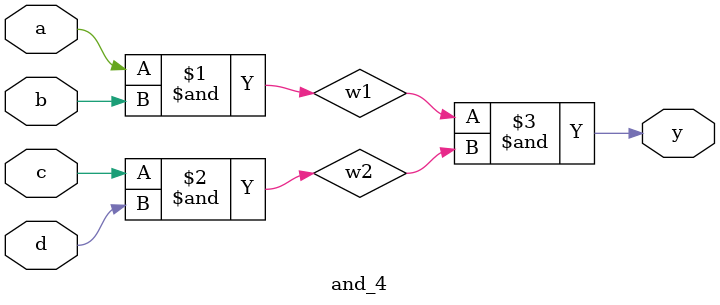
<source format=v>
module and_4(output y, input a, b, c, d);
	wire w1, w2;
	and and1(w1, a, b);
	and and2(w2, c, d);
	and and3(y, w1, w2);
endmodule

</source>
